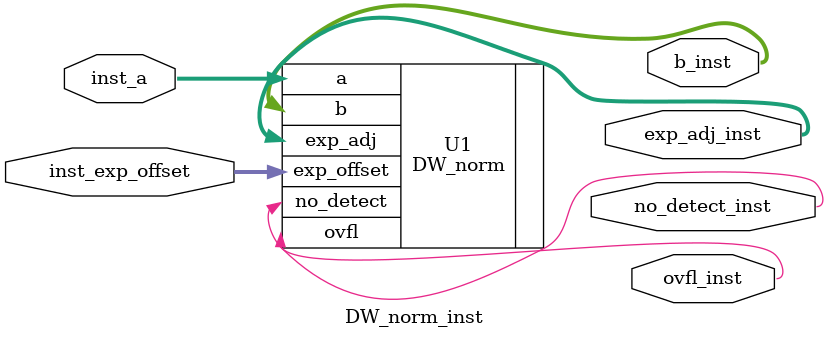
<source format=v>
module DW_norm_inst( inst_a, inst_exp_offset, no_detect_inst, ovfl_inst, b_inst, 
		exp_adj_inst );

parameter a_width = 8;
parameter srch_wind = 8;
parameter exp_width = 4;


input [a_width-1 : 0] inst_a;
input [exp_width-1 : 0] inst_exp_offset;
output no_detect_inst;
output ovfl_inst;
output [a_width-1 : 0] b_inst;
output [exp_width-1 : 0] exp_adj_inst;

    // Instance of DW_norm
    DW_norm #(a_width, srch_wind, exp_width)
	  U1 ( .a(inst_a), .exp_offset(inst_exp_offset), .no_detect(no_detect_inst), .ovfl(ovfl_inst), .b(b_inst), .exp_adj(exp_adj_inst) );

endmodule


</source>
